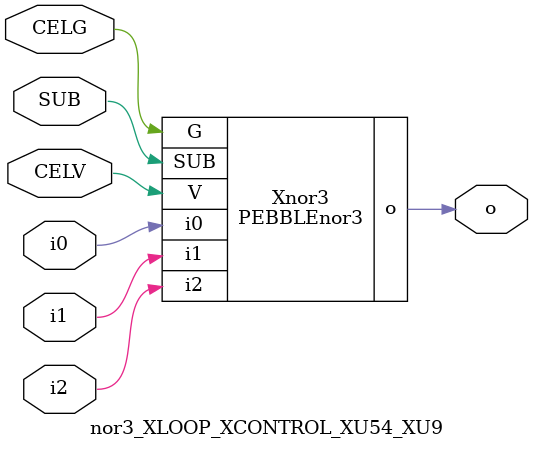
<source format=v>



module PEBBLEnor3 ( o, G, SUB, V, i0, i1, i2 );

  input i0;
  input V;
  input i2;
  input i1;
  input G;
  output o;
  input SUB;
endmodule

//Celera Confidential Do Not Copy nor3_XLOOP_XCONTROL_XU54_XU9
//Celera Confidential Symbol Generator
//NOR3
module nor3_XLOOP_XCONTROL_XU54_XU9 (CELV,CELG,i0,i1,i2,o,SUB);
input CELV;
input CELG;
input i0;
input i1;
input i2;
input SUB;
output o;

//Celera Confidential Do Not Copy nor3
PEBBLEnor3 Xnor3(
.V (CELV),
.i0 (i0),
.i1 (i1),
.i2 (i2),
.o (o),
.SUB (SUB),
.G (CELG)
);
//,diesize,PEBBLEnor3

//Celera Confidential Do Not Copy Module End
//Celera Schematic Generator
endmodule

</source>
